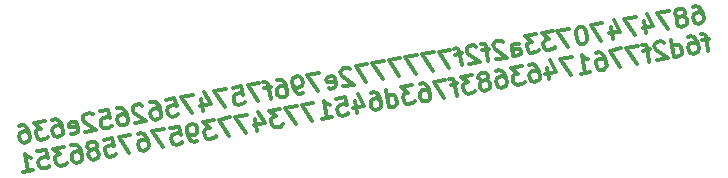
<source format=gbr>
%TF.GenerationSoftware,KiCad,Pcbnew,(7.0.0)*%
%TF.CreationDate,2023-05-30T20:17:09-04:00*%
%TF.ProjectId,H4X0R-small,48345830-522d-4736-9d61-6c6c2e6b6963,rev?*%
%TF.SameCoordinates,Original*%
%TF.FileFunction,Copper,L2,Bot*%
%TF.FilePolarity,Positive*%
%FSLAX46Y46*%
G04 Gerber Fmt 4.6, Leading zero omitted, Abs format (unit mm)*
G04 Created by KiCad (PCBNEW (7.0.0)) date 2023-05-30 20:17:09*
%MOMM*%
%LPD*%
G01*
G04 APERTURE LIST*
%ADD10C,0.300000*%
%TA.AperFunction,NonConductor*%
%ADD11C,0.300000*%
%TD*%
G04 APERTURE END LIST*
D10*
D11*
X84926071Y-32361884D02*
X85207444Y-32312270D01*
X85207444Y-32312270D02*
X85360535Y-32357806D01*
X85360535Y-32357806D02*
X85443282Y-32415746D01*
X85443282Y-32415746D02*
X85621179Y-32601970D01*
X85621179Y-32601970D02*
X85741136Y-32870940D01*
X85741136Y-32870940D02*
X85840363Y-33433687D01*
X85840363Y-33433687D02*
X85794827Y-33586777D01*
X85794827Y-33586777D02*
X85736887Y-33669524D01*
X85736887Y-33669524D02*
X85608603Y-33764675D01*
X85608603Y-33764675D02*
X85327230Y-33814288D01*
X85327230Y-33814288D02*
X85174140Y-33768752D01*
X85174140Y-33768752D02*
X85091393Y-33710812D01*
X85091393Y-33710812D02*
X84996242Y-33582529D01*
X84996242Y-33582529D02*
X84934225Y-33230811D01*
X84934225Y-33230811D02*
X84979762Y-33077721D01*
X84979762Y-33077721D02*
X85037702Y-32994974D01*
X85037702Y-32994974D02*
X85165985Y-32899824D01*
X85165985Y-32899824D02*
X85447359Y-32850210D01*
X85447359Y-32850210D02*
X85600449Y-32895747D01*
X85600449Y-32895747D02*
X85683196Y-32953687D01*
X85683196Y-32953687D02*
X85778346Y-33081970D01*
X84052894Y-33168622D02*
X84181178Y-33073472D01*
X84181178Y-33073472D02*
X84239118Y-32990725D01*
X84239118Y-32990725D02*
X84284654Y-32837635D01*
X84284654Y-32837635D02*
X84272251Y-32767292D01*
X84272251Y-32767292D02*
X84177101Y-32639008D01*
X84177101Y-32639008D02*
X84094354Y-32581068D01*
X84094354Y-32581068D02*
X83941263Y-32535532D01*
X83941263Y-32535532D02*
X83659890Y-32585146D01*
X83659890Y-32585146D02*
X83531606Y-32680296D01*
X83531606Y-32680296D02*
X83473666Y-32763043D01*
X83473666Y-32763043D02*
X83428130Y-32916133D01*
X83428130Y-32916133D02*
X83440533Y-32986476D01*
X83440533Y-32986476D02*
X83535684Y-33114760D01*
X83535684Y-33114760D02*
X83618430Y-33172700D01*
X83618430Y-33172700D02*
X83771521Y-33218236D01*
X83771521Y-33218236D02*
X84052894Y-33168622D01*
X84052894Y-33168622D02*
X84205985Y-33214159D01*
X84205985Y-33214159D02*
X84288732Y-33272099D01*
X84288732Y-33272099D02*
X84383882Y-33400382D01*
X84383882Y-33400382D02*
X84433496Y-33681756D01*
X84433496Y-33681756D02*
X84387959Y-33834846D01*
X84387959Y-33834846D02*
X84330019Y-33917593D01*
X84330019Y-33917593D02*
X84201736Y-34012743D01*
X84201736Y-34012743D02*
X83920362Y-34062357D01*
X83920362Y-34062357D02*
X83767272Y-34016821D01*
X83767272Y-34016821D02*
X83684525Y-33958881D01*
X83684525Y-33958881D02*
X83589375Y-33830597D01*
X83589375Y-33830597D02*
X83539761Y-33549224D01*
X83539761Y-33549224D02*
X83585297Y-33396133D01*
X83585297Y-33396133D02*
X83643237Y-33313387D01*
X83643237Y-33313387D02*
X83771521Y-33218236D01*
X82886113Y-32721583D02*
X81901305Y-32895231D01*
X81901305Y-32895231D02*
X82794868Y-34260812D01*
X80792291Y-33598494D02*
X80965940Y-34583302D01*
X81044781Y-32973729D02*
X81582550Y-33966863D01*
X81582550Y-33966863D02*
X80668085Y-34128108D01*
X80072377Y-33217721D02*
X79087569Y-33391369D01*
X79087569Y-33391369D02*
X79981132Y-34756950D01*
X77978556Y-34094631D02*
X78152204Y-35079439D01*
X78231045Y-33469867D02*
X78768814Y-34463001D01*
X78768814Y-34463001D02*
X77854350Y-34624245D01*
X77258641Y-33713858D02*
X76273834Y-33887506D01*
X76273834Y-33887506D02*
X77167397Y-35253087D01*
X75429713Y-34036348D02*
X75289026Y-34061155D01*
X75289026Y-34061155D02*
X75160743Y-34156305D01*
X75160743Y-34156305D02*
X75102803Y-34239052D01*
X75102803Y-34239052D02*
X75057267Y-34392142D01*
X75057267Y-34392142D02*
X75036537Y-34685919D01*
X75036537Y-34685919D02*
X75098554Y-35037636D01*
X75098554Y-35037636D02*
X75218511Y-35306606D01*
X75218511Y-35306606D02*
X75313662Y-35434890D01*
X75313662Y-35434890D02*
X75396408Y-35492830D01*
X75396408Y-35492830D02*
X75549499Y-35538366D01*
X75549499Y-35538366D02*
X75690185Y-35513559D01*
X75690185Y-35513559D02*
X75818469Y-35418409D01*
X75818469Y-35418409D02*
X75876409Y-35335662D01*
X75876409Y-35335662D02*
X75921945Y-35182572D01*
X75921945Y-35182572D02*
X75942675Y-34888795D01*
X75942675Y-34888795D02*
X75880658Y-34537078D01*
X75880658Y-34537078D02*
X75760701Y-34268108D01*
X75760701Y-34268108D02*
X75665550Y-34139824D01*
X75665550Y-34139824D02*
X75582803Y-34081884D01*
X75582803Y-34081884D02*
X75429713Y-34036348D01*
X74444906Y-34209996D02*
X73460098Y-34383644D01*
X73460098Y-34383644D02*
X74353661Y-35749225D01*
X73038038Y-34458065D02*
X72123574Y-34619309D01*
X72123574Y-34619309D02*
X72715205Y-35095232D01*
X72715205Y-35095232D02*
X72504175Y-35132443D01*
X72504175Y-35132443D02*
X72375892Y-35227593D01*
X72375892Y-35227593D02*
X72317952Y-35310340D01*
X72317952Y-35310340D02*
X72272415Y-35463430D01*
X72272415Y-35463430D02*
X72334432Y-35815147D01*
X72334432Y-35815147D02*
X72429583Y-35943431D01*
X72429583Y-35943431D02*
X72512329Y-36001371D01*
X72512329Y-36001371D02*
X72665420Y-36046907D01*
X72665420Y-36046907D02*
X73087480Y-35972487D01*
X73087480Y-35972487D02*
X73215764Y-35877336D01*
X73215764Y-35877336D02*
X73273703Y-35794589D01*
X71631170Y-34706133D02*
X70716706Y-34867378D01*
X70716706Y-34867378D02*
X71308337Y-35343301D01*
X71308337Y-35343301D02*
X71097307Y-35380512D01*
X71097307Y-35380512D02*
X70969024Y-35475662D01*
X70969024Y-35475662D02*
X70911084Y-35558409D01*
X70911084Y-35558409D02*
X70865547Y-35711499D01*
X70865547Y-35711499D02*
X70927564Y-36063216D01*
X70927564Y-36063216D02*
X71022715Y-36191499D01*
X71022715Y-36191499D02*
X71105462Y-36249439D01*
X71105462Y-36249439D02*
X71258552Y-36294976D01*
X71258552Y-36294976D02*
X71680612Y-36220555D01*
X71680612Y-36220555D02*
X71808896Y-36125405D01*
X71808896Y-36125405D02*
X71866836Y-36042658D01*
X69710997Y-36567852D02*
X69574559Y-35794074D01*
X69574559Y-35794074D02*
X69620096Y-35640984D01*
X69620096Y-35640984D02*
X69748379Y-35545833D01*
X69748379Y-35545833D02*
X70029753Y-35496220D01*
X70029753Y-35496220D02*
X70182843Y-35541756D01*
X69698594Y-36497508D02*
X69851684Y-36543045D01*
X69851684Y-36543045D02*
X70203401Y-36481027D01*
X70203401Y-36481027D02*
X70331685Y-36385877D01*
X70331685Y-36385877D02*
X70377221Y-36232787D01*
X70377221Y-36232787D02*
X70352414Y-36092100D01*
X70352414Y-36092100D02*
X70257264Y-35963817D01*
X70257264Y-35963817D02*
X70104174Y-35918280D01*
X70104174Y-35918280D02*
X69752457Y-35980297D01*
X69752457Y-35980297D02*
X69599366Y-35934761D01*
X68842241Y-35342958D02*
X68759494Y-35285018D01*
X68759494Y-35285018D02*
X68606404Y-35239481D01*
X68606404Y-35239481D02*
X68254687Y-35301498D01*
X68254687Y-35301498D02*
X68126403Y-35396649D01*
X68126403Y-35396649D02*
X68068464Y-35479396D01*
X68068464Y-35479396D02*
X68022927Y-35632486D01*
X68022927Y-35632486D02*
X68047734Y-35773173D01*
X68047734Y-35773173D02*
X68155288Y-35971799D01*
X68155288Y-35971799D02*
X69148250Y-36667079D01*
X69148250Y-36667079D02*
X68233785Y-36828324D01*
X67638077Y-35917937D02*
X67075330Y-36017164D01*
X67600695Y-36939955D02*
X67377433Y-35673773D01*
X67377433Y-35673773D02*
X67282283Y-35545490D01*
X67282283Y-35545490D02*
X67129193Y-35499953D01*
X67129193Y-35499953D02*
X66988506Y-35524760D01*
X66591252Y-35739868D02*
X66508505Y-35681928D01*
X66508505Y-35681928D02*
X66355415Y-35636391D01*
X66355415Y-35636391D02*
X66003698Y-35698409D01*
X66003698Y-35698409D02*
X65875415Y-35793559D01*
X65875415Y-35793559D02*
X65817475Y-35876306D01*
X65817475Y-35876306D02*
X65771938Y-36029396D01*
X65771938Y-36029396D02*
X65796745Y-36170083D01*
X65796745Y-36170083D02*
X65904299Y-36368710D01*
X65904299Y-36368710D02*
X66897261Y-37063989D01*
X66897261Y-37063989D02*
X65982797Y-37225234D01*
X65387088Y-36314847D02*
X64824341Y-36414074D01*
X65349706Y-37336865D02*
X65126444Y-36070683D01*
X65126444Y-36070683D02*
X65031294Y-35942400D01*
X65031294Y-35942400D02*
X64878204Y-35896864D01*
X64878204Y-35896864D02*
X64737517Y-35921670D01*
X64385800Y-35983688D02*
X63400992Y-36157336D01*
X63400992Y-36157336D02*
X64294555Y-37522916D01*
X62978932Y-36231756D02*
X61994124Y-36405405D01*
X61994124Y-36405405D02*
X62887687Y-37770985D01*
X61572064Y-36479825D02*
X60587256Y-36653473D01*
X60587256Y-36653473D02*
X61480819Y-38019054D01*
X60165196Y-36727894D02*
X59180389Y-36901542D01*
X59180389Y-36901542D02*
X60073952Y-38267123D01*
X58758329Y-36975963D02*
X57773521Y-37149611D01*
X57773521Y-37149611D02*
X58667084Y-38515191D01*
X57351461Y-37224031D02*
X56366653Y-37397680D01*
X56366653Y-37397680D02*
X57260216Y-38763260D01*
X55899057Y-37625190D02*
X55816310Y-37567250D01*
X55816310Y-37567250D02*
X55663219Y-37521714D01*
X55663219Y-37521714D02*
X55311502Y-37583731D01*
X55311502Y-37583731D02*
X55183219Y-37678881D01*
X55183219Y-37678881D02*
X55125279Y-37761628D01*
X55125279Y-37761628D02*
X55079742Y-37914719D01*
X55079742Y-37914719D02*
X55104549Y-38055405D01*
X55104549Y-38055405D02*
X55212103Y-38254032D01*
X55212103Y-38254032D02*
X56205065Y-38949312D01*
X56205065Y-38949312D02*
X55290601Y-39110556D01*
X54082360Y-39251072D02*
X54235450Y-39296608D01*
X54235450Y-39296608D02*
X54516824Y-39246994D01*
X54516824Y-39246994D02*
X54645107Y-39151844D01*
X54645107Y-39151844D02*
X54690644Y-38998754D01*
X54690644Y-38998754D02*
X54591416Y-38436006D01*
X54591416Y-38436006D02*
X54496266Y-38307723D01*
X54496266Y-38307723D02*
X54343176Y-38262187D01*
X54343176Y-38262187D02*
X54061802Y-38311800D01*
X54061802Y-38311800D02*
X53933519Y-38406951D01*
X53933519Y-38406951D02*
X53887982Y-38560041D01*
X53887982Y-38560041D02*
X53912789Y-38700728D01*
X53912789Y-38700728D02*
X54641030Y-38717380D01*
X53271544Y-37943431D02*
X52286736Y-38117079D01*
X52286736Y-38117079D02*
X53180299Y-39482660D01*
X51914118Y-39705921D02*
X51632745Y-39755535D01*
X51632745Y-39755535D02*
X51479654Y-39709999D01*
X51479654Y-39709999D02*
X51396908Y-39652059D01*
X51396908Y-39652059D02*
X51219010Y-39465835D01*
X51219010Y-39465835D02*
X51099053Y-39196865D01*
X51099053Y-39196865D02*
X50999826Y-38634118D01*
X50999826Y-38634118D02*
X51045362Y-38481028D01*
X51045362Y-38481028D02*
X51103302Y-38398281D01*
X51103302Y-38398281D02*
X51231586Y-38303130D01*
X51231586Y-38303130D02*
X51512959Y-38253517D01*
X51512959Y-38253517D02*
X51666050Y-38299053D01*
X51666050Y-38299053D02*
X51748796Y-38356993D01*
X51748796Y-38356993D02*
X51843947Y-38485277D01*
X51843947Y-38485277D02*
X51905964Y-38836994D01*
X51905964Y-38836994D02*
X51860427Y-38990084D01*
X51860427Y-38990084D02*
X51802487Y-39072831D01*
X51802487Y-39072831D02*
X51674204Y-39167981D01*
X51674204Y-39167981D02*
X51392830Y-39217595D01*
X51392830Y-39217595D02*
X51239740Y-39172058D01*
X51239740Y-39172058D02*
X51156993Y-39114118D01*
X51156993Y-39114118D02*
X51061843Y-38985835D01*
X49684031Y-38576006D02*
X49965405Y-38526392D01*
X49965405Y-38526392D02*
X50118495Y-38571929D01*
X50118495Y-38571929D02*
X50201242Y-38629869D01*
X50201242Y-38629869D02*
X50379139Y-38816092D01*
X50379139Y-38816092D02*
X50499096Y-39085062D01*
X50499096Y-39085062D02*
X50598324Y-39647810D01*
X50598324Y-39647810D02*
X50552787Y-39800900D01*
X50552787Y-39800900D02*
X50494847Y-39883647D01*
X50494847Y-39883647D02*
X50366564Y-39978797D01*
X50366564Y-39978797D02*
X50085190Y-40028411D01*
X50085190Y-40028411D02*
X49932100Y-39982874D01*
X49932100Y-39982874D02*
X49849353Y-39924934D01*
X49849353Y-39924934D02*
X49754203Y-39796651D01*
X49754203Y-39796651D02*
X49692185Y-39444934D01*
X49692185Y-39444934D02*
X49737722Y-39291844D01*
X49737722Y-39291844D02*
X49795662Y-39209097D01*
X49795662Y-39209097D02*
X49923945Y-39113947D01*
X49923945Y-39113947D02*
X50205319Y-39064333D01*
X50205319Y-39064333D02*
X50358409Y-39109869D01*
X50358409Y-39109869D02*
X50441156Y-39167809D01*
X50441156Y-39167809D02*
X50536306Y-39296093D01*
X49208108Y-39167637D02*
X48645361Y-39266865D01*
X49170726Y-40189656D02*
X48947464Y-38923474D01*
X48947464Y-38923474D02*
X48852314Y-38795191D01*
X48852314Y-38795191D02*
X48699224Y-38749654D01*
X48699224Y-38749654D02*
X48558537Y-38774461D01*
X48206820Y-38836478D02*
X47222012Y-39010127D01*
X47222012Y-39010127D02*
X48115575Y-40375707D01*
X45955831Y-39233388D02*
X46659265Y-39109354D01*
X46659265Y-39109354D02*
X46853643Y-39800385D01*
X46853643Y-39800385D02*
X46770896Y-39742445D01*
X46770896Y-39742445D02*
X46617806Y-39696908D01*
X46617806Y-39696908D02*
X46266089Y-39758925D01*
X46266089Y-39758925D02*
X46137805Y-39854076D01*
X46137805Y-39854076D02*
X46079865Y-39936822D01*
X46079865Y-39936822D02*
X46034329Y-40089913D01*
X46034329Y-40089913D02*
X46096346Y-40441630D01*
X46096346Y-40441630D02*
X46191496Y-40569913D01*
X46191496Y-40569913D02*
X46274243Y-40627853D01*
X46274243Y-40627853D02*
X46427333Y-40673390D01*
X46427333Y-40673390D02*
X46779051Y-40611372D01*
X46779051Y-40611372D02*
X46907334Y-40516222D01*
X46907334Y-40516222D02*
X46965274Y-40433475D01*
X45393084Y-39332616D02*
X44408276Y-39506264D01*
X44408276Y-39506264D02*
X45301839Y-40871845D01*
X43299263Y-40209526D02*
X43472911Y-41194334D01*
X43551752Y-39584762D02*
X44089521Y-40577896D01*
X44089521Y-40577896D02*
X43175057Y-40739141D01*
X42579348Y-39828753D02*
X41594541Y-40002402D01*
X41594541Y-40002402D02*
X42488104Y-41367982D01*
X40328360Y-40225663D02*
X41031794Y-40101629D01*
X41031794Y-40101629D02*
X41226172Y-40792660D01*
X41226172Y-40792660D02*
X41143425Y-40734720D01*
X41143425Y-40734720D02*
X40990335Y-40689183D01*
X40990335Y-40689183D02*
X40638618Y-40751200D01*
X40638618Y-40751200D02*
X40510334Y-40846351D01*
X40510334Y-40846351D02*
X40452394Y-40929097D01*
X40452394Y-40929097D02*
X40406858Y-41082188D01*
X40406858Y-41082188D02*
X40468875Y-41433905D01*
X40468875Y-41433905D02*
X40564025Y-41562188D01*
X40564025Y-41562188D02*
X40646772Y-41620128D01*
X40646772Y-41620128D02*
X40799862Y-41665665D01*
X40799862Y-41665665D02*
X41151579Y-41603647D01*
X41151579Y-41603647D02*
X41279863Y-41508497D01*
X41279863Y-41508497D02*
X41337803Y-41425750D01*
X38991835Y-40461329D02*
X39273209Y-40411715D01*
X39273209Y-40411715D02*
X39426299Y-40457251D01*
X39426299Y-40457251D02*
X39509046Y-40515191D01*
X39509046Y-40515191D02*
X39686943Y-40701415D01*
X39686943Y-40701415D02*
X39806900Y-40970385D01*
X39806900Y-40970385D02*
X39906128Y-41533132D01*
X39906128Y-41533132D02*
X39860591Y-41686223D01*
X39860591Y-41686223D02*
X39802651Y-41768969D01*
X39802651Y-41768969D02*
X39674368Y-41864120D01*
X39674368Y-41864120D02*
X39392994Y-41913733D01*
X39392994Y-41913733D02*
X39239904Y-41868197D01*
X39239904Y-41868197D02*
X39157157Y-41810257D01*
X39157157Y-41810257D02*
X39062007Y-41681974D01*
X39062007Y-41681974D02*
X38999990Y-41330257D01*
X38999990Y-41330257D02*
X39045526Y-41177166D01*
X39045526Y-41177166D02*
X39103466Y-41094419D01*
X39103466Y-41094419D02*
X39231750Y-40999269D01*
X39231750Y-40999269D02*
X39513123Y-40949655D01*
X39513123Y-40949655D02*
X39666214Y-40995192D01*
X39666214Y-40995192D02*
X39748960Y-41053132D01*
X39748960Y-41053132D02*
X39844111Y-41181415D01*
X38313209Y-40726050D02*
X38230462Y-40668110D01*
X38230462Y-40668110D02*
X38077371Y-40622573D01*
X38077371Y-40622573D02*
X37725654Y-40684591D01*
X37725654Y-40684591D02*
X37597371Y-40779741D01*
X37597371Y-40779741D02*
X37539431Y-40862488D01*
X37539431Y-40862488D02*
X37493895Y-41015578D01*
X37493895Y-41015578D02*
X37518701Y-41156265D01*
X37518701Y-41156265D02*
X37626255Y-41354892D01*
X37626255Y-41354892D02*
X38619217Y-42050171D01*
X38619217Y-42050171D02*
X37704753Y-42211416D01*
X36178100Y-40957466D02*
X36459473Y-40907852D01*
X36459473Y-40907852D02*
X36612564Y-40953389D01*
X36612564Y-40953389D02*
X36695311Y-41011329D01*
X36695311Y-41011329D02*
X36873208Y-41197552D01*
X36873208Y-41197552D02*
X36993165Y-41466522D01*
X36993165Y-41466522D02*
X37092392Y-42029270D01*
X37092392Y-42029270D02*
X37046856Y-42182360D01*
X37046856Y-42182360D02*
X36988916Y-42265107D01*
X36988916Y-42265107D02*
X36860633Y-42360257D01*
X36860633Y-42360257D02*
X36579259Y-42409871D01*
X36579259Y-42409871D02*
X36426169Y-42364334D01*
X36426169Y-42364334D02*
X36343422Y-42306394D01*
X36343422Y-42306394D02*
X36248271Y-42178111D01*
X36248271Y-42178111D02*
X36186254Y-41826394D01*
X36186254Y-41826394D02*
X36231791Y-41673304D01*
X36231791Y-41673304D02*
X36289731Y-41590557D01*
X36289731Y-41590557D02*
X36418014Y-41495407D01*
X36418014Y-41495407D02*
X36699388Y-41445793D01*
X36699388Y-41445793D02*
X36852478Y-41491329D01*
X36852478Y-41491329D02*
X36935225Y-41549269D01*
X36935225Y-41549269D02*
X37030375Y-41677553D01*
X34700889Y-41217938D02*
X35404323Y-41093904D01*
X35404323Y-41093904D02*
X35598701Y-41784935D01*
X35598701Y-41784935D02*
X35515954Y-41726995D01*
X35515954Y-41726995D02*
X35362863Y-41681458D01*
X35362863Y-41681458D02*
X35011146Y-41743475D01*
X35011146Y-41743475D02*
X34882863Y-41838626D01*
X34882863Y-41838626D02*
X34824923Y-41921372D01*
X34824923Y-41921372D02*
X34779386Y-42074463D01*
X34779386Y-42074463D02*
X34841404Y-42426180D01*
X34841404Y-42426180D02*
X34936554Y-42554463D01*
X34936554Y-42554463D02*
X35019301Y-42612403D01*
X35019301Y-42612403D02*
X35172391Y-42657940D01*
X35172391Y-42657940D02*
X35524108Y-42595922D01*
X35524108Y-42595922D02*
X35652392Y-42500772D01*
X35652392Y-42500772D02*
X35710331Y-42418025D01*
X34092605Y-41470256D02*
X34009858Y-41412316D01*
X34009858Y-41412316D02*
X33856768Y-41366780D01*
X33856768Y-41366780D02*
X33505051Y-41428797D01*
X33505051Y-41428797D02*
X33376768Y-41523947D01*
X33376768Y-41523947D02*
X33318828Y-41606694D01*
X33318828Y-41606694D02*
X33273291Y-41759784D01*
X33273291Y-41759784D02*
X33298098Y-41900471D01*
X33298098Y-41900471D02*
X33405652Y-42099098D01*
X33405652Y-42099098D02*
X34398614Y-42794377D01*
X34398614Y-42794377D02*
X33484150Y-42955622D01*
X32275909Y-43096137D02*
X32428999Y-43141674D01*
X32428999Y-43141674D02*
X32710373Y-43092060D01*
X32710373Y-43092060D02*
X32838656Y-42996910D01*
X32838656Y-42996910D02*
X32884192Y-42843819D01*
X32884192Y-42843819D02*
X32784965Y-42281072D01*
X32784965Y-42281072D02*
X32689815Y-42152789D01*
X32689815Y-42152789D02*
X32536724Y-42107252D01*
X32536724Y-42107252D02*
X32255351Y-42156866D01*
X32255351Y-42156866D02*
X32127067Y-42252016D01*
X32127067Y-42252016D02*
X32081531Y-42405107D01*
X32081531Y-42405107D02*
X32106338Y-42545793D01*
X32106338Y-42545793D02*
X32834579Y-42562446D01*
X30691315Y-41924934D02*
X30972689Y-41875321D01*
X30972689Y-41875321D02*
X31125779Y-41920857D01*
X31125779Y-41920857D02*
X31208526Y-41978797D01*
X31208526Y-41978797D02*
X31386423Y-42165020D01*
X31386423Y-42165020D02*
X31506380Y-42433991D01*
X31506380Y-42433991D02*
X31605608Y-42996738D01*
X31605608Y-42996738D02*
X31560071Y-43149828D01*
X31560071Y-43149828D02*
X31502131Y-43232575D01*
X31502131Y-43232575D02*
X31373848Y-43327725D01*
X31373848Y-43327725D02*
X31092474Y-43377339D01*
X31092474Y-43377339D02*
X30939384Y-43331803D01*
X30939384Y-43331803D02*
X30856637Y-43273863D01*
X30856637Y-43273863D02*
X30761487Y-43145579D01*
X30761487Y-43145579D02*
X30699470Y-42793862D01*
X30699470Y-42793862D02*
X30745006Y-42640772D01*
X30745006Y-42640772D02*
X30802946Y-42558025D01*
X30802946Y-42558025D02*
X30931230Y-42462875D01*
X30931230Y-42462875D02*
X31212603Y-42413261D01*
X31212603Y-42413261D02*
X31365694Y-42458798D01*
X31365694Y-42458798D02*
X31448440Y-42516737D01*
X31448440Y-42516737D02*
X31543591Y-42645021D01*
X30058225Y-42036565D02*
X29143761Y-42197810D01*
X29143761Y-42197810D02*
X29735392Y-42673733D01*
X29735392Y-42673733D02*
X29524362Y-42710943D01*
X29524362Y-42710943D02*
X29396078Y-42806094D01*
X29396078Y-42806094D02*
X29338138Y-42888841D01*
X29338138Y-42888841D02*
X29292602Y-43041931D01*
X29292602Y-43041931D02*
X29354619Y-43393648D01*
X29354619Y-43393648D02*
X29449769Y-43521931D01*
X29449769Y-43521931D02*
X29532516Y-43579871D01*
X29532516Y-43579871D02*
X29685607Y-43625408D01*
X29685607Y-43625408D02*
X30107667Y-43550987D01*
X30107667Y-43550987D02*
X30235950Y-43455837D01*
X30235950Y-43455837D02*
X30293890Y-43373090D01*
X27877580Y-42421072D02*
X28158953Y-42371458D01*
X28158953Y-42371458D02*
X28312044Y-42416995D01*
X28312044Y-42416995D02*
X28394790Y-42474935D01*
X28394790Y-42474935D02*
X28572688Y-42661158D01*
X28572688Y-42661158D02*
X28692645Y-42930128D01*
X28692645Y-42930128D02*
X28791872Y-43492875D01*
X28791872Y-43492875D02*
X28746336Y-43645966D01*
X28746336Y-43645966D02*
X28688396Y-43728713D01*
X28688396Y-43728713D02*
X28560112Y-43823863D01*
X28560112Y-43823863D02*
X28278739Y-43873477D01*
X28278739Y-43873477D02*
X28125649Y-43827940D01*
X28125649Y-43827940D02*
X28042902Y-43770000D01*
X28042902Y-43770000D02*
X27947751Y-43641717D01*
X27947751Y-43641717D02*
X27885734Y-43290000D01*
X27885734Y-43290000D02*
X27931271Y-43136909D01*
X27931271Y-43136909D02*
X27989211Y-43054163D01*
X27989211Y-43054163D02*
X28117494Y-42959012D01*
X28117494Y-42959012D02*
X28398868Y-42909398D01*
X28398868Y-42909398D02*
X28551958Y-42954935D01*
X28551958Y-42954935D02*
X28634705Y-43012875D01*
X28634705Y-43012875D02*
X28729855Y-43141158D01*
X86278981Y-35098529D02*
X85716233Y-35197757D01*
X86241599Y-36120547D02*
X86018337Y-34854366D01*
X86018337Y-34854366D02*
X85923186Y-34726083D01*
X85923186Y-34726083D02*
X85770096Y-34680546D01*
X85770096Y-34680546D02*
X85629409Y-34705353D01*
X84503915Y-34903808D02*
X84785288Y-34854194D01*
X84785288Y-34854194D02*
X84938379Y-34899731D01*
X84938379Y-34899731D02*
X85021125Y-34957671D01*
X85021125Y-34957671D02*
X85199023Y-35143894D01*
X85199023Y-35143894D02*
X85318980Y-35412864D01*
X85318980Y-35412864D02*
X85418207Y-35975612D01*
X85418207Y-35975612D02*
X85372671Y-36128702D01*
X85372671Y-36128702D02*
X85314731Y-36211449D01*
X85314731Y-36211449D02*
X85186447Y-36306599D01*
X85186447Y-36306599D02*
X84905074Y-36356213D01*
X84905074Y-36356213D02*
X84751984Y-36310676D01*
X84751984Y-36310676D02*
X84669237Y-36252736D01*
X84669237Y-36252736D02*
X84574086Y-36124453D01*
X84574086Y-36124453D02*
X84512069Y-35772736D01*
X84512069Y-35772736D02*
X84557606Y-35619646D01*
X84557606Y-35619646D02*
X84615546Y-35536899D01*
X84615546Y-35536899D02*
X84743829Y-35441748D01*
X84743829Y-35441748D02*
X85025203Y-35392135D01*
X85025203Y-35392135D02*
X85178293Y-35437671D01*
X85178293Y-35437671D02*
X85261040Y-35495611D01*
X85261040Y-35495611D02*
X85356190Y-35623894D01*
X83357519Y-36629088D02*
X83097047Y-35151877D01*
X83345116Y-36558745D02*
X83498206Y-36604281D01*
X83498206Y-36604281D02*
X83779580Y-36554668D01*
X83779580Y-36554668D02*
X83907863Y-36459517D01*
X83907863Y-36459517D02*
X83965803Y-36376771D01*
X83965803Y-36376771D02*
X84011339Y-36223680D01*
X84011339Y-36223680D02*
X83936919Y-35801620D01*
X83936919Y-35801620D02*
X83841769Y-35673336D01*
X83841769Y-35673336D02*
X83759022Y-35615396D01*
X83759022Y-35615396D02*
X83605931Y-35569860D01*
X83605931Y-35569860D02*
X83324558Y-35619474D01*
X83324558Y-35619474D02*
X83196274Y-35714624D01*
X82488763Y-35404195D02*
X82406016Y-35346255D01*
X82406016Y-35346255D02*
X82252926Y-35300718D01*
X82252926Y-35300718D02*
X81901209Y-35362735D01*
X81901209Y-35362735D02*
X81772925Y-35457886D01*
X81772925Y-35457886D02*
X81714985Y-35540632D01*
X81714985Y-35540632D02*
X81669449Y-35693723D01*
X81669449Y-35693723D02*
X81694256Y-35834409D01*
X81694256Y-35834409D02*
X81801809Y-36033036D01*
X81801809Y-36033036D02*
X82794772Y-36728316D01*
X82794772Y-36728316D02*
X81880307Y-36889561D01*
X81284599Y-35979173D02*
X80721852Y-36078401D01*
X81247217Y-37001192D02*
X81023955Y-35735010D01*
X81023955Y-35735010D02*
X80928805Y-35606727D01*
X80928805Y-35606727D02*
X80775715Y-35561190D01*
X80775715Y-35561190D02*
X80635028Y-35585997D01*
X80283311Y-35648014D02*
X79298503Y-35821663D01*
X79298503Y-35821663D02*
X80192066Y-37187243D01*
X78876443Y-35896083D02*
X77891635Y-36069731D01*
X77891635Y-36069731D02*
X78785198Y-37435312D01*
X76695797Y-36280590D02*
X76977171Y-36230976D01*
X76977171Y-36230976D02*
X77130261Y-36276512D01*
X77130261Y-36276512D02*
X77213008Y-36334452D01*
X77213008Y-36334452D02*
X77390905Y-36520676D01*
X77390905Y-36520676D02*
X77510863Y-36789646D01*
X77510863Y-36789646D02*
X77610090Y-37352393D01*
X77610090Y-37352393D02*
X77564554Y-37505484D01*
X77564554Y-37505484D02*
X77506614Y-37588230D01*
X77506614Y-37588230D02*
X77378330Y-37683381D01*
X77378330Y-37683381D02*
X77096957Y-37732994D01*
X77096957Y-37732994D02*
X76943866Y-37687458D01*
X76943866Y-37687458D02*
X76861119Y-37629518D01*
X76861119Y-37629518D02*
X76765969Y-37501235D01*
X76765969Y-37501235D02*
X76703952Y-37149518D01*
X76703952Y-37149518D02*
X76749488Y-36996427D01*
X76749488Y-36996427D02*
X76807428Y-36913680D01*
X76807428Y-36913680D02*
X76935712Y-36818530D01*
X76935712Y-36818530D02*
X77217085Y-36768916D01*
X77217085Y-36768916D02*
X77370176Y-36814453D01*
X77370176Y-36814453D02*
X77452923Y-36872393D01*
X77452923Y-36872393D02*
X77548073Y-37000676D01*
X75408715Y-38030677D02*
X76252836Y-37881836D01*
X75830776Y-37956256D02*
X75570303Y-36479045D01*
X75570303Y-36479045D02*
X75748200Y-36665268D01*
X75748200Y-36665268D02*
X75913694Y-36781148D01*
X75913694Y-36781148D02*
X76066784Y-36826685D01*
X74655839Y-36640289D02*
X73671032Y-36813938D01*
X73671032Y-36813938D02*
X74564595Y-38179518D01*
X72562018Y-37517200D02*
X72735666Y-38502008D01*
X72814508Y-36892435D02*
X73352276Y-37885569D01*
X73352276Y-37885569D02*
X72437812Y-38046814D01*
X71068326Y-37272865D02*
X71349700Y-37223251D01*
X71349700Y-37223251D02*
X71502790Y-37268787D01*
X71502790Y-37268787D02*
X71585537Y-37326727D01*
X71585537Y-37326727D02*
X71763434Y-37512951D01*
X71763434Y-37512951D02*
X71883391Y-37781921D01*
X71883391Y-37781921D02*
X71982619Y-38344668D01*
X71982619Y-38344668D02*
X71937082Y-38497759D01*
X71937082Y-38497759D02*
X71879142Y-38580505D01*
X71879142Y-38580505D02*
X71750859Y-38675656D01*
X71750859Y-38675656D02*
X71469485Y-38725269D01*
X71469485Y-38725269D02*
X71316395Y-38679733D01*
X71316395Y-38679733D02*
X71233648Y-38621793D01*
X71233648Y-38621793D02*
X71138498Y-38493510D01*
X71138498Y-38493510D02*
X71076481Y-38141793D01*
X71076481Y-38141793D02*
X71122017Y-37988702D01*
X71122017Y-37988702D02*
X71179957Y-37905955D01*
X71179957Y-37905955D02*
X71308241Y-37810805D01*
X71308241Y-37810805D02*
X71589614Y-37761191D01*
X71589614Y-37761191D02*
X71742705Y-37806728D01*
X71742705Y-37806728D02*
X71825451Y-37864668D01*
X71825451Y-37864668D02*
X71920602Y-37992951D01*
X70435236Y-37384496D02*
X69520772Y-37545740D01*
X69520772Y-37545740D02*
X70112403Y-38021664D01*
X70112403Y-38021664D02*
X69901373Y-38058874D01*
X69901373Y-38058874D02*
X69773089Y-38154024D01*
X69773089Y-38154024D02*
X69715149Y-38236771D01*
X69715149Y-38236771D02*
X69669613Y-38389861D01*
X69669613Y-38389861D02*
X69731630Y-38741578D01*
X69731630Y-38741578D02*
X69826780Y-38869862D01*
X69826780Y-38869862D02*
X69909527Y-38927802D01*
X69909527Y-38927802D02*
X70062618Y-38973338D01*
X70062618Y-38973338D02*
X70484678Y-38898918D01*
X70484678Y-38898918D02*
X70612961Y-38803767D01*
X70612961Y-38803767D02*
X70670901Y-38721020D01*
X68254591Y-37769002D02*
X68535964Y-37719388D01*
X68535964Y-37719388D02*
X68689055Y-37764925D01*
X68689055Y-37764925D02*
X68771801Y-37822865D01*
X68771801Y-37822865D02*
X68949699Y-38009088D01*
X68949699Y-38009088D02*
X69069656Y-38278059D01*
X69069656Y-38278059D02*
X69168883Y-38840806D01*
X69168883Y-38840806D02*
X69123347Y-38993896D01*
X69123347Y-38993896D02*
X69065407Y-39076643D01*
X69065407Y-39076643D02*
X68937123Y-39171793D01*
X68937123Y-39171793D02*
X68655750Y-39221407D01*
X68655750Y-39221407D02*
X68502660Y-39175870D01*
X68502660Y-39175870D02*
X68419913Y-39117930D01*
X68419913Y-39117930D02*
X68324762Y-38989647D01*
X68324762Y-38989647D02*
X68262745Y-38637930D01*
X68262745Y-38637930D02*
X68308282Y-38484840D01*
X68308282Y-38484840D02*
X68366222Y-38402093D01*
X68366222Y-38402093D02*
X68494505Y-38306943D01*
X68494505Y-38306943D02*
X68775879Y-38257329D01*
X68775879Y-38257329D02*
X68928969Y-38302865D01*
X68928969Y-38302865D02*
X69011716Y-38360805D01*
X69011716Y-38360805D02*
X69106866Y-38489089D01*
X67381414Y-38575741D02*
X67509698Y-38480591D01*
X67509698Y-38480591D02*
X67567638Y-38397844D01*
X67567638Y-38397844D02*
X67613174Y-38244754D01*
X67613174Y-38244754D02*
X67600771Y-38174410D01*
X67600771Y-38174410D02*
X67505620Y-38046127D01*
X67505620Y-38046127D02*
X67422874Y-37988187D01*
X67422874Y-37988187D02*
X67269783Y-37942650D01*
X67269783Y-37942650D02*
X66988410Y-37992264D01*
X66988410Y-37992264D02*
X66860126Y-38087414D01*
X66860126Y-38087414D02*
X66802186Y-38170161D01*
X66802186Y-38170161D02*
X66756650Y-38323251D01*
X66756650Y-38323251D02*
X66769053Y-38393595D01*
X66769053Y-38393595D02*
X66864204Y-38521878D01*
X66864204Y-38521878D02*
X66946950Y-38579818D01*
X66946950Y-38579818D02*
X67100041Y-38625355D01*
X67100041Y-38625355D02*
X67381414Y-38575741D01*
X67381414Y-38575741D02*
X67534505Y-38621278D01*
X67534505Y-38621278D02*
X67617251Y-38679218D01*
X67617251Y-38679218D02*
X67712402Y-38807501D01*
X67712402Y-38807501D02*
X67762016Y-39088875D01*
X67762016Y-39088875D02*
X67716479Y-39241965D01*
X67716479Y-39241965D02*
X67658539Y-39324712D01*
X67658539Y-39324712D02*
X67530256Y-39419862D01*
X67530256Y-39419862D02*
X67248882Y-39469476D01*
X67248882Y-39469476D02*
X67095792Y-39423939D01*
X67095792Y-39423939D02*
X67013045Y-39365999D01*
X67013045Y-39365999D02*
X66917895Y-39237716D01*
X66917895Y-39237716D02*
X66868281Y-38956342D01*
X66868281Y-38956342D02*
X66913817Y-38803252D01*
X66913817Y-38803252D02*
X66971757Y-38720505D01*
X66971757Y-38720505D02*
X67100041Y-38625355D01*
X66214633Y-38128702D02*
X65300168Y-38289947D01*
X65300168Y-38289947D02*
X65891800Y-38765870D01*
X65891800Y-38765870D02*
X65680769Y-38803080D01*
X65680769Y-38803080D02*
X65552486Y-38898230D01*
X65552486Y-38898230D02*
X65494546Y-38980977D01*
X65494546Y-38980977D02*
X65449010Y-39134068D01*
X65449010Y-39134068D02*
X65511027Y-39485785D01*
X65511027Y-39485785D02*
X65606177Y-39614068D01*
X65606177Y-39614068D02*
X65688924Y-39672008D01*
X65688924Y-39672008D02*
X65842014Y-39717544D01*
X65842014Y-39717544D02*
X66264075Y-39643124D01*
X66264075Y-39643124D02*
X66392358Y-39547974D01*
X66392358Y-39547974D02*
X66450298Y-39465227D01*
X64964932Y-38856771D02*
X64402185Y-38955999D01*
X64927550Y-39878789D02*
X64704288Y-38612608D01*
X64704288Y-38612608D02*
X64609138Y-38484324D01*
X64609138Y-38484324D02*
X64456048Y-38438788D01*
X64456048Y-38438788D02*
X64315361Y-38463595D01*
X63963644Y-38525612D02*
X62978836Y-38699260D01*
X62978836Y-38699260D02*
X63872399Y-40064841D01*
X61782998Y-38910119D02*
X62064372Y-38860505D01*
X62064372Y-38860505D02*
X62217462Y-38906041D01*
X62217462Y-38906041D02*
X62300209Y-38963981D01*
X62300209Y-38963981D02*
X62478106Y-39150205D01*
X62478106Y-39150205D02*
X62598064Y-39419175D01*
X62598064Y-39419175D02*
X62697291Y-39981922D01*
X62697291Y-39981922D02*
X62651755Y-40135012D01*
X62651755Y-40135012D02*
X62593815Y-40217759D01*
X62593815Y-40217759D02*
X62465531Y-40312910D01*
X62465531Y-40312910D02*
X62184158Y-40362523D01*
X62184158Y-40362523D02*
X62031067Y-40316987D01*
X62031067Y-40316987D02*
X61948320Y-40259047D01*
X61948320Y-40259047D02*
X61853170Y-40130763D01*
X61853170Y-40130763D02*
X61791153Y-39779046D01*
X61791153Y-39779046D02*
X61836689Y-39625956D01*
X61836689Y-39625956D02*
X61894629Y-39543209D01*
X61894629Y-39543209D02*
X62022913Y-39448059D01*
X62022913Y-39448059D02*
X62304286Y-39398445D01*
X62304286Y-39398445D02*
X62457377Y-39443982D01*
X62457377Y-39443982D02*
X62540124Y-39501922D01*
X62540124Y-39501922D02*
X62635274Y-39630205D01*
X61149908Y-39021749D02*
X60235444Y-39182994D01*
X60235444Y-39182994D02*
X60827075Y-39658917D01*
X60827075Y-39658917D02*
X60616045Y-39696128D01*
X60616045Y-39696128D02*
X60487762Y-39791278D01*
X60487762Y-39791278D02*
X60429822Y-39874025D01*
X60429822Y-39874025D02*
X60384285Y-40027115D01*
X60384285Y-40027115D02*
X60446302Y-40378832D01*
X60446302Y-40378832D02*
X60541453Y-40507116D01*
X60541453Y-40507116D02*
X60624199Y-40565056D01*
X60624199Y-40565056D02*
X60777290Y-40610592D01*
X60777290Y-40610592D02*
X61199350Y-40536171D01*
X61199350Y-40536171D02*
X61327634Y-40441021D01*
X61327634Y-40441021D02*
X61385574Y-40358274D01*
X59229735Y-40883468D02*
X58969263Y-39406256D01*
X59217332Y-40813124D02*
X59370422Y-40858661D01*
X59370422Y-40858661D02*
X59651796Y-40809047D01*
X59651796Y-40809047D02*
X59780079Y-40713897D01*
X59780079Y-40713897D02*
X59838019Y-40631150D01*
X59838019Y-40631150D02*
X59883555Y-40478060D01*
X59883555Y-40478060D02*
X59809135Y-40055999D01*
X59809135Y-40055999D02*
X59713985Y-39927716D01*
X59713985Y-39927716D02*
X59631238Y-39869776D01*
X59631238Y-39869776D02*
X59478147Y-39824239D01*
X59478147Y-39824239D02*
X59196774Y-39873853D01*
X59196774Y-39873853D02*
X59068490Y-39969003D01*
X57632738Y-39641921D02*
X57914112Y-39592308D01*
X57914112Y-39592308D02*
X58067202Y-39637844D01*
X58067202Y-39637844D02*
X58149949Y-39695784D01*
X58149949Y-39695784D02*
X58327846Y-39882008D01*
X58327846Y-39882008D02*
X58447803Y-40150978D01*
X58447803Y-40150978D02*
X58547031Y-40713725D01*
X58547031Y-40713725D02*
X58501494Y-40866815D01*
X58501494Y-40866815D02*
X58443554Y-40949562D01*
X58443554Y-40949562D02*
X58315271Y-41044712D01*
X58315271Y-41044712D02*
X58033897Y-41094326D01*
X58033897Y-41094326D02*
X57880807Y-41048790D01*
X57880807Y-41048790D02*
X57798060Y-40990850D01*
X57798060Y-40990850D02*
X57702910Y-40862566D01*
X57702910Y-40862566D02*
X57640892Y-40510849D01*
X57640892Y-40510849D02*
X57686429Y-40357759D01*
X57686429Y-40357759D02*
X57744369Y-40275012D01*
X57744369Y-40275012D02*
X57872652Y-40179862D01*
X57872652Y-40179862D02*
X58154026Y-40130248D01*
X58154026Y-40130248D02*
X58307116Y-40175785D01*
X58307116Y-40175785D02*
X58389863Y-40233725D01*
X58389863Y-40233725D02*
X58485013Y-40362008D01*
X56312694Y-40382394D02*
X56486342Y-41367202D01*
X56565184Y-39757630D02*
X57102952Y-40750764D01*
X57102952Y-40750764D02*
X56188488Y-40912008D01*
X54748659Y-40150462D02*
X55452093Y-40026428D01*
X55452093Y-40026428D02*
X55646471Y-40717459D01*
X55646471Y-40717459D02*
X55563724Y-40659519D01*
X55563724Y-40659519D02*
X55410634Y-40613982D01*
X55410634Y-40613982D02*
X55058917Y-40675999D01*
X55058917Y-40675999D02*
X54930633Y-40771150D01*
X54930633Y-40771150D02*
X54872693Y-40853897D01*
X54872693Y-40853897D02*
X54827157Y-41006987D01*
X54827157Y-41006987D02*
X54889174Y-41358704D01*
X54889174Y-41358704D02*
X54984324Y-41486987D01*
X54984324Y-41486987D02*
X55067071Y-41544927D01*
X55067071Y-41544927D02*
X55220161Y-41590464D01*
X55220161Y-41590464D02*
X55571878Y-41528446D01*
X55571878Y-41528446D02*
X55700162Y-41433296D01*
X55700162Y-41433296D02*
X55758102Y-41350549D01*
X53531920Y-41888146D02*
X54376041Y-41739305D01*
X53953980Y-41813726D02*
X53693508Y-40336514D01*
X53693508Y-40336514D02*
X53871405Y-40522737D01*
X53871405Y-40522737D02*
X54036899Y-40638617D01*
X54036899Y-40638617D02*
X54189989Y-40684154D01*
X52779044Y-40497759D02*
X51794236Y-40671407D01*
X51794236Y-40671407D02*
X52687799Y-42036987D01*
X51372176Y-40745827D02*
X50387369Y-40919476D01*
X50387369Y-40919476D02*
X51280932Y-42285056D01*
X49965309Y-40993896D02*
X49050844Y-41155141D01*
X49050844Y-41155141D02*
X49642476Y-41631064D01*
X49642476Y-41631064D02*
X49431445Y-41668274D01*
X49431445Y-41668274D02*
X49303162Y-41763425D01*
X49303162Y-41763425D02*
X49245222Y-41846172D01*
X49245222Y-41846172D02*
X49199686Y-41999262D01*
X49199686Y-41999262D02*
X49261703Y-42350979D01*
X49261703Y-42350979D02*
X49356853Y-42479262D01*
X49356853Y-42479262D02*
X49439600Y-42537202D01*
X49439600Y-42537202D02*
X49592690Y-42582739D01*
X49592690Y-42582739D02*
X50014751Y-42508318D01*
X50014751Y-42508318D02*
X50143034Y-42413168D01*
X50143034Y-42413168D02*
X50200974Y-42330421D01*
X47871487Y-41870807D02*
X48045136Y-42855614D01*
X48123977Y-41246042D02*
X48661746Y-42239176D01*
X48661746Y-42239176D02*
X47747281Y-42400421D01*
X47151573Y-41490034D02*
X46166765Y-41663682D01*
X46166765Y-41663682D02*
X47060328Y-43029262D01*
X45744705Y-41738102D02*
X44759897Y-41911751D01*
X44759897Y-41911751D02*
X45653460Y-43277331D01*
X44337837Y-41986171D02*
X43423373Y-42147416D01*
X43423373Y-42147416D02*
X44015005Y-42623339D01*
X44015005Y-42623339D02*
X43803974Y-42660549D01*
X43803974Y-42660549D02*
X43675691Y-42755700D01*
X43675691Y-42755700D02*
X43617751Y-42838447D01*
X43617751Y-42838447D02*
X43572214Y-42991537D01*
X43572214Y-42991537D02*
X43634232Y-43343254D01*
X43634232Y-43343254D02*
X43729382Y-43471537D01*
X43729382Y-43471537D02*
X43812129Y-43529477D01*
X43812129Y-43529477D02*
X43965219Y-43575014D01*
X43965219Y-43575014D02*
X44387279Y-43500593D01*
X44387279Y-43500593D02*
X44515563Y-43405443D01*
X44515563Y-43405443D02*
X44573503Y-43322696D01*
X42980412Y-43748662D02*
X42699038Y-43798276D01*
X42699038Y-43798276D02*
X42545948Y-43752739D01*
X42545948Y-43752739D02*
X42463201Y-43694799D01*
X42463201Y-43694799D02*
X42285304Y-43508576D01*
X42285304Y-43508576D02*
X42165347Y-43239606D01*
X42165347Y-43239606D02*
X42066119Y-42676858D01*
X42066119Y-42676858D02*
X42111656Y-42523768D01*
X42111656Y-42523768D02*
X42169596Y-42441021D01*
X42169596Y-42441021D02*
X42297879Y-42345871D01*
X42297879Y-42345871D02*
X42579253Y-42296257D01*
X42579253Y-42296257D02*
X42732343Y-42341794D01*
X42732343Y-42341794D02*
X42815090Y-42399734D01*
X42815090Y-42399734D02*
X42910240Y-42528017D01*
X42910240Y-42528017D02*
X42972257Y-42879734D01*
X42972257Y-42879734D02*
X42926721Y-43032824D01*
X42926721Y-43032824D02*
X42868781Y-43115571D01*
X42868781Y-43115571D02*
X42740497Y-43210721D01*
X42740497Y-43210721D02*
X42459124Y-43260335D01*
X42459124Y-43260335D02*
X42306033Y-43214799D01*
X42306033Y-43214799D02*
X42223287Y-43156859D01*
X42223287Y-43156859D02*
X42128136Y-43028575D01*
X40679981Y-42631150D02*
X41383415Y-42507115D01*
X41383415Y-42507115D02*
X41577793Y-43198146D01*
X41577793Y-43198146D02*
X41495046Y-43140206D01*
X41495046Y-43140206D02*
X41341956Y-43094670D01*
X41341956Y-43094670D02*
X40990239Y-43156687D01*
X40990239Y-43156687D02*
X40861955Y-43251837D01*
X40861955Y-43251837D02*
X40804015Y-43334584D01*
X40804015Y-43334584D02*
X40758479Y-43487674D01*
X40758479Y-43487674D02*
X40820496Y-43839391D01*
X40820496Y-43839391D02*
X40915646Y-43967675D01*
X40915646Y-43967675D02*
X40998393Y-44025615D01*
X40998393Y-44025615D02*
X41151483Y-44071151D01*
X41151483Y-44071151D02*
X41503200Y-44009134D01*
X41503200Y-44009134D02*
X41631484Y-43913984D01*
X41631484Y-43913984D02*
X41689424Y-43831237D01*
X40117234Y-42730377D02*
X39132426Y-42904026D01*
X39132426Y-42904026D02*
X40025989Y-44269606D01*
X37936589Y-43114884D02*
X38217962Y-43065270D01*
X38217962Y-43065270D02*
X38371053Y-43110807D01*
X38371053Y-43110807D02*
X38453800Y-43168747D01*
X38453800Y-43168747D02*
X38631697Y-43354970D01*
X38631697Y-43354970D02*
X38751654Y-43623940D01*
X38751654Y-43623940D02*
X38850881Y-44186688D01*
X38850881Y-44186688D02*
X38805345Y-44339778D01*
X38805345Y-44339778D02*
X38747405Y-44422525D01*
X38747405Y-44422525D02*
X38619121Y-44517675D01*
X38619121Y-44517675D02*
X38337748Y-44567289D01*
X38337748Y-44567289D02*
X38184658Y-44521752D01*
X38184658Y-44521752D02*
X38101911Y-44463812D01*
X38101911Y-44463812D02*
X38006760Y-44335529D01*
X38006760Y-44335529D02*
X37944743Y-43983812D01*
X37944743Y-43983812D02*
X37990280Y-43830722D01*
X37990280Y-43830722D02*
X38048220Y-43747975D01*
X38048220Y-43747975D02*
X38176503Y-43652824D01*
X38176503Y-43652824D02*
X38457877Y-43603211D01*
X38457877Y-43603211D02*
X38610967Y-43648747D01*
X38610967Y-43648747D02*
X38693714Y-43706687D01*
X38693714Y-43706687D02*
X38788864Y-43834970D01*
X37303498Y-43226515D02*
X36318691Y-43400163D01*
X36318691Y-43400163D02*
X37212254Y-44765744D01*
X35052510Y-43623425D02*
X35755944Y-43499390D01*
X35755944Y-43499390D02*
X35950322Y-44190421D01*
X35950322Y-44190421D02*
X35867575Y-44132481D01*
X35867575Y-44132481D02*
X35714485Y-44086945D01*
X35714485Y-44086945D02*
X35362768Y-44148962D01*
X35362768Y-44148962D02*
X35234484Y-44244112D01*
X35234484Y-44244112D02*
X35176544Y-44326859D01*
X35176544Y-44326859D02*
X35131008Y-44479949D01*
X35131008Y-44479949D02*
X35193025Y-44831666D01*
X35193025Y-44831666D02*
X35288175Y-44959950D01*
X35288175Y-44959950D02*
X35370922Y-45017890D01*
X35370922Y-45017890D02*
X35524012Y-45063426D01*
X35524012Y-45063426D02*
X35875729Y-45001409D01*
X35875729Y-45001409D02*
X36004013Y-44906259D01*
X36004013Y-44906259D02*
X36061953Y-44823512D01*
X34249677Y-44417760D02*
X34377960Y-44322610D01*
X34377960Y-44322610D02*
X34435900Y-44239863D01*
X34435900Y-44239863D02*
X34481437Y-44086773D01*
X34481437Y-44086773D02*
X34469033Y-44016429D01*
X34469033Y-44016429D02*
X34373883Y-43888146D01*
X34373883Y-43888146D02*
X34291136Y-43830206D01*
X34291136Y-43830206D02*
X34138046Y-43784670D01*
X34138046Y-43784670D02*
X33856672Y-43834283D01*
X33856672Y-43834283D02*
X33728389Y-43929434D01*
X33728389Y-43929434D02*
X33670449Y-44012180D01*
X33670449Y-44012180D02*
X33624912Y-44165271D01*
X33624912Y-44165271D02*
X33637316Y-44235614D01*
X33637316Y-44235614D02*
X33732466Y-44363898D01*
X33732466Y-44363898D02*
X33815213Y-44421838D01*
X33815213Y-44421838D02*
X33968303Y-44467374D01*
X33968303Y-44467374D02*
X34249677Y-44417760D01*
X34249677Y-44417760D02*
X34402767Y-44463297D01*
X34402767Y-44463297D02*
X34485514Y-44521237D01*
X34485514Y-44521237D02*
X34580664Y-44649520D01*
X34580664Y-44649520D02*
X34630278Y-44930894D01*
X34630278Y-44930894D02*
X34584741Y-45083984D01*
X34584741Y-45083984D02*
X34526801Y-45166731D01*
X34526801Y-45166731D02*
X34398518Y-45261881D01*
X34398518Y-45261881D02*
X34117144Y-45311495D01*
X34117144Y-45311495D02*
X33964054Y-45265958D01*
X33964054Y-45265958D02*
X33881307Y-45208018D01*
X33881307Y-45208018D02*
X33786157Y-45079735D01*
X33786157Y-45079735D02*
X33736543Y-44798361D01*
X33736543Y-44798361D02*
X33782080Y-44645271D01*
X33782080Y-44645271D02*
X33840020Y-44562524D01*
X33840020Y-44562524D02*
X33968303Y-44467374D01*
X32309118Y-44107159D02*
X32590491Y-44057545D01*
X32590491Y-44057545D02*
X32743581Y-44103082D01*
X32743581Y-44103082D02*
X32826328Y-44161022D01*
X32826328Y-44161022D02*
X33004225Y-44347245D01*
X33004225Y-44347245D02*
X33124183Y-44616215D01*
X33124183Y-44616215D02*
X33223410Y-45178963D01*
X33223410Y-45178963D02*
X33177874Y-45332053D01*
X33177874Y-45332053D02*
X33119934Y-45414800D01*
X33119934Y-45414800D02*
X32991650Y-45509950D01*
X32991650Y-45509950D02*
X32710277Y-45559564D01*
X32710277Y-45559564D02*
X32557186Y-45514027D01*
X32557186Y-45514027D02*
X32474440Y-45456087D01*
X32474440Y-45456087D02*
X32379289Y-45327804D01*
X32379289Y-45327804D02*
X32317272Y-44976087D01*
X32317272Y-44976087D02*
X32362809Y-44822997D01*
X32362809Y-44822997D02*
X32420749Y-44740250D01*
X32420749Y-44740250D02*
X32549032Y-44645099D01*
X32549032Y-44645099D02*
X32830406Y-44595486D01*
X32830406Y-44595486D02*
X32983496Y-44641022D01*
X32983496Y-44641022D02*
X33066243Y-44698962D01*
X33066243Y-44698962D02*
X33161393Y-44827245D01*
X31676027Y-44218790D02*
X30761563Y-44380035D01*
X30761563Y-44380035D02*
X31353194Y-44855958D01*
X31353194Y-44855958D02*
X31142164Y-44893168D01*
X31142164Y-44893168D02*
X31013881Y-44988318D01*
X31013881Y-44988318D02*
X30955941Y-45071065D01*
X30955941Y-45071065D02*
X30910404Y-45224156D01*
X30910404Y-45224156D02*
X30972421Y-45575873D01*
X30972421Y-45575873D02*
X31067572Y-45704156D01*
X31067572Y-45704156D02*
X31150319Y-45762096D01*
X31150319Y-45762096D02*
X31303409Y-45807632D01*
X31303409Y-45807632D02*
X31725469Y-45733212D01*
X31725469Y-45733212D02*
X31853753Y-45638062D01*
X31853753Y-45638062D02*
X31911693Y-45555315D01*
X29425039Y-44615700D02*
X30128473Y-44491665D01*
X30128473Y-44491665D02*
X30322850Y-45182696D01*
X30322850Y-45182696D02*
X30240104Y-45124756D01*
X30240104Y-45124756D02*
X30087013Y-45079220D01*
X30087013Y-45079220D02*
X29735296Y-45141237D01*
X29735296Y-45141237D02*
X29607013Y-45236387D01*
X29607013Y-45236387D02*
X29549073Y-45319134D01*
X29549073Y-45319134D02*
X29503536Y-45472224D01*
X29503536Y-45472224D02*
X29565554Y-45823941D01*
X29565554Y-45823941D02*
X29660704Y-45952225D01*
X29660704Y-45952225D02*
X29743451Y-46010165D01*
X29743451Y-46010165D02*
X29896541Y-46055701D01*
X29896541Y-46055701D02*
X30248258Y-45993684D01*
X30248258Y-45993684D02*
X30376541Y-45898534D01*
X30376541Y-45898534D02*
X30434481Y-45815787D01*
X28208300Y-46353384D02*
X29052421Y-46204542D01*
X28630360Y-46278963D02*
X28369888Y-44801751D01*
X28369888Y-44801751D02*
X28547785Y-44987975D01*
X28547785Y-44987975D02*
X28713279Y-45103855D01*
X28713279Y-45103855D02*
X28866369Y-45149391D01*
M02*

</source>
